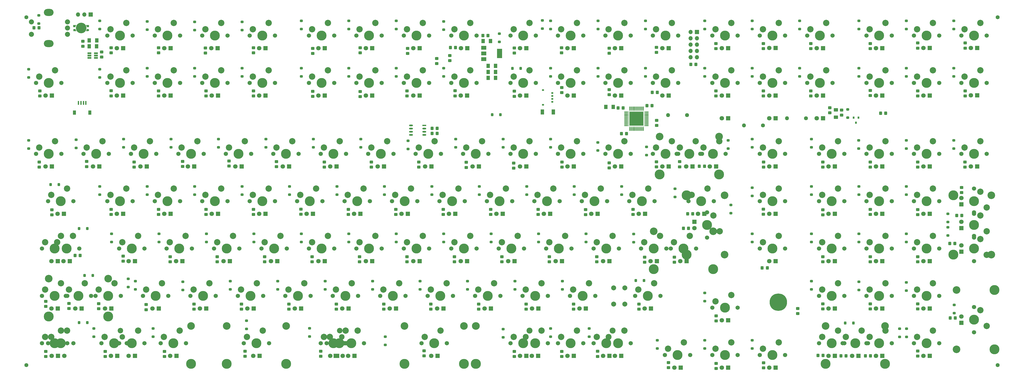
<source format=gbr>
G04 #@! TF.GenerationSoftware,KiCad,Pcbnew,(6.0.11)*
G04 #@! TF.CreationDate,2023-03-19T22:58:01-04:00*
G04 #@! TF.ProjectId,Boston-PCB-V08D,426f7374-6f6e-42d5-9043-422d56303844,rev?*
G04 #@! TF.SameCoordinates,Original*
G04 #@! TF.FileFunction,Soldermask,Bot*
G04 #@! TF.FilePolarity,Negative*
%FSLAX46Y46*%
G04 Gerber Fmt 4.6, Leading zero omitted, Abs format (unit mm)*
G04 Created by KiCad (PCBNEW (6.0.11)) date 2023-03-19 22:58:01*
%MOMM*%
%LPD*%
G01*
G04 APERTURE LIST*
G04 Aperture macros list*
%AMRoundRect*
0 Rectangle with rounded corners*
0 $1 Rounding radius*
0 $2 $3 $4 $5 $6 $7 $8 $9 X,Y pos of 4 corners*
0 Add a 4 corners polygon primitive as box body*
4,1,4,$2,$3,$4,$5,$6,$7,$8,$9,$2,$3,0*
0 Add four circle primitives for the rounded corners*
1,1,$1+$1,$2,$3*
1,1,$1+$1,$4,$5*
1,1,$1+$1,$6,$7*
1,1,$1+$1,$8,$9*
0 Add four rect primitives between the rounded corners*
20,1,$1+$1,$2,$3,$4,$5,0*
20,1,$1+$1,$4,$5,$6,$7,0*
20,1,$1+$1,$6,$7,$8,$9,0*
20,1,$1+$1,$8,$9,$2,$3,0*%
%AMFreePoly0*
4,1,32,0.525059,0.400000,0.532183,0.397025,0.539142,0.394142,0.539154,0.394113,0.539183,0.394101,0.542091,0.387023,0.545000,0.380000,0.545000,-0.380000,0.539142,-0.394142,0.525000,-0.400000,-0.650000,-0.400000,-0.664142,-0.394142,-0.670000,-0.380000,-0.664142,-0.365858,-0.650000,-0.360000,-0.639861,-0.360000,-0.639730,-0.359737,-0.647299,-0.349312,-0.644899,-0.334193,-0.640755,-0.331184,
-0.549199,-0.165628,-0.470962,0.011813,-0.408969,0.195560,-0.364825,0.379525,-0.365041,0.380578,-0.365871,0.382599,-0.365592,0.383267,-0.365853,0.384541,-0.363693,0.387815,-0.359972,0.396724,-0.345813,0.402541,0.525059,0.400000,0.525059,0.400000,$1*%
%AMFreePoly1*
4,1,34,0.539142,0.394142,0.545000,0.380000,0.545000,-0.380000,0.542091,-0.387023,0.539183,-0.394101,0.539154,-0.394113,0.539142,-0.394142,0.532183,-0.397025,0.525059,-0.400000,-0.345813,-0.402541,-0.359972,-0.396724,-0.365871,-0.382599,-0.363699,-0.377313,-0.368760,-0.369759,-0.367711,-0.364454,-0.414942,-0.174744,-0.481229,0.014483,-0.564791,0.196743,-0.661662,0.364831,-0.664142,0.365858,
-0.665002,0.367933,-0.666846,0.369219,-0.667839,0.374782,-0.670000,0.380000,-0.669140,0.382076,-0.669535,0.384289,-0.666303,0.388925,-0.664142,0.394142,-0.662067,0.395002,-0.660781,0.396846,-0.655218,0.397839,-0.650000,0.400000,0.525000,0.400000,0.539142,0.394142,0.539142,0.394142,$1*%
%AMFreePoly2*
4,1,33,0.319736,0.407785,0.429772,0.357533,0.521194,0.278316,0.586594,0.176551,0.620674,0.060484,0.620674,-0.060484,0.586594,-0.176551,0.521194,-0.278316,0.429772,-0.357533,0.319736,-0.407785,0.199999,-0.425000,-0.575001,-0.424979,-0.592678,-0.417657,-0.600000,-0.399978,-0.592678,-0.382301,-0.590148,-0.381253,-0.588853,-0.372454,-0.584377,-0.369127,-0.488092,-0.190005,-0.406501,0.001887,
-0.342723,0.200411,-0.298808,0.397122,-0.300000,0.400000,-0.299129,0.402104,-0.299623,0.404329,-0.295567,0.410704,-0.292678,0.417678,-0.290574,0.418549,-0.289351,0.420472,-0.281976,0.422110,-0.275000,0.425000,0.200000,0.425000,0.319736,0.407785,0.319736,0.407785,$1*%
G04 Aperture macros list end*
%ADD10R,1.800000X1.800000*%
%ADD11C,1.800000*%
%ADD12R,2.200000X1.800000*%
%ADD13C,0.800000*%
%ADD14C,7.000000*%
%ADD15C,1.600000*%
%ADD16O,1.600000X1.600000*%
%ADD17C,1.596000*%
%ADD18C,2.000000*%
%ADD19R,1.700000X1.700000*%
%ADD20O,1.700000X1.700000*%
%ADD21RoundRect,0.249999X-0.325001X-0.450001X0.325001X-0.450001X0.325001X0.450001X-0.325001X0.450001X0*%
%ADD22RoundRect,0.250000X-0.350000X0.250000X-0.350000X-0.250000X0.350000X-0.250000X0.350000X0.250000X0*%
%ADD23C,3.987800*%
%ADD24C,1.701800*%
%ADD25C,2.540000*%
%ADD26RoundRect,0.249999X0.325001X0.450001X-0.325001X0.450001X-0.325001X-0.450001X0.325001X-0.450001X0*%
%ADD27RoundRect,0.249999X-0.450001X0.325001X-0.450001X-0.325001X0.450001X-0.325001X0.450001X0.325001X0*%
%ADD28C,3.048000*%
%ADD29RoundRect,0.250001X-0.462499X-0.624999X0.462499X-0.624999X0.462499X0.624999X-0.462499X0.624999X0*%
%ADD30RoundRect,0.250000X0.250000X0.350000X-0.250000X0.350000X-0.250000X-0.350000X0.250000X-0.350000X0*%
%ADD31RoundRect,0.250000X0.325000X0.450000X-0.325000X0.450000X-0.325000X-0.450000X0.325000X-0.450000X0*%
%ADD32C,2.400000*%
%ADD33RoundRect,0.249999X0.450001X-0.325001X0.450001X0.325001X-0.450001X0.325001X-0.450001X-0.325001X0*%
%ADD34R,2.000000X1.500000*%
%ADD35R,2.000000X3.800000*%
%ADD36R,1.550000X0.600000*%
%ADD37RoundRect,0.300000X0.475000X0.000000X-0.475000X0.000000X-0.475000X0.000000X0.475000X0.000000X0*%
%ADD38RoundRect,0.250000X-0.450000X0.325000X-0.450000X-0.325000X0.450000X-0.325000X0.450000X0.325000X0*%
%ADD39C,2.200000*%
%ADD40R,1.400000X2.100000*%
%ADD41RoundRect,0.150000X0.275000X-0.150000X0.275000X0.150000X-0.275000X0.150000X-0.275000X-0.150000X0*%
%ADD42RoundRect,0.175000X0.225000X-0.175000X0.225000X0.175000X-0.225000X0.175000X-0.225000X-0.175000X0*%
%ADD43RoundRect,0.250000X0.350000X0.450000X-0.350000X0.450000X-0.350000X-0.450000X0.350000X-0.450000X0*%
%ADD44RoundRect,0.250001X-0.624999X0.462499X-0.624999X-0.462499X0.624999X-0.462499X0.624999X0.462499X0*%
%ADD45O,5.000000X1.701800*%
%ADD46RoundRect,0.250000X0.450000X-0.325000X0.450000X0.325000X-0.450000X0.325000X-0.450000X-0.325000X0*%
%ADD47RoundRect,0.075000X0.662500X0.075000X-0.662500X0.075000X-0.662500X-0.075000X0.662500X-0.075000X0*%
%ADD48RoundRect,0.075000X0.075000X0.662500X-0.075000X0.662500X-0.075000X-0.662500X0.075000X-0.662500X0*%
%ADD49C,2.032000*%
%ADD50O,3.900000X2.799999*%
%ADD51RoundRect,0.250000X-0.325000X-0.450000X0.325000X-0.450000X0.325000X0.450000X-0.325000X0.450000X0*%
%ADD52R,1.560000X0.650000*%
%ADD53R,0.600000X1.550000*%
%ADD54C,0.500000*%
%ADD55R,1.200000X1.800000*%
%ADD56RoundRect,0.062500X0.375000X0.062500X-0.375000X0.062500X-0.375000X-0.062500X0.375000X-0.062500X0*%
%ADD57RoundRect,0.062500X0.062500X0.375000X-0.062500X0.375000X-0.062500X-0.375000X0.062500X-0.375000X0*%
%ADD58R,5.600000X5.600000*%
%ADD59C,4.250000*%
%ADD60FreePoly0,180.000000*%
%ADD61FreePoly1,180.000000*%
%ADD62FreePoly2,0.000000*%
%ADD63FreePoly1,0.000000*%
%ADD64R,0.800000X0.900000*%
G04 APERTURE END LIST*
D10*
X69657600Y-168280000D03*
D11*
X72197600Y-168280000D03*
D12*
X181420000Y-168280000D03*
D11*
X183960000Y-168280000D03*
D10*
X381595000Y-130180000D03*
D11*
X379055000Y-130180000D03*
D10*
X181570000Y-92080000D03*
D11*
X179030000Y-92080000D03*
D10*
X419695000Y-168280000D03*
D11*
X417155000Y-168280000D03*
D13*
X360749655Y-144793345D03*
X358893500Y-149274500D03*
X361518500Y-146649500D03*
X357037345Y-148505655D03*
X357037345Y-144793345D03*
X358893500Y-144024500D03*
X360749655Y-148505655D03*
D14*
X358893500Y-146649500D03*
D13*
X356268500Y-146649500D03*
D10*
X253007500Y-130180000D03*
D11*
X250467500Y-130180000D03*
D10*
X69657600Y-168280000D03*
D11*
X67117600Y-168280000D03*
D10*
X238720000Y-92080000D03*
D11*
X236180000Y-92080000D03*
D10*
X152995000Y-111130000D03*
D11*
X150455000Y-111130000D03*
D10*
X333970000Y-92080000D03*
D11*
X331430000Y-92080000D03*
D10*
X167282500Y-149230000D03*
D11*
X164742500Y-149230000D03*
D10*
X233957500Y-63505000D03*
D11*
X231417500Y-63505000D03*
D10*
X338732500Y-153992500D03*
D11*
X336192500Y-153992500D03*
D10*
X419695000Y-92080000D03*
D11*
X417155000Y-92080000D03*
D10*
X438745000Y-44429600D03*
D11*
X436205000Y-44429600D03*
D10*
X114895000Y-63505000D03*
D11*
X112355000Y-63505000D03*
D10*
X195857500Y-44455000D03*
D11*
X193317500Y-44455000D03*
D10*
X114895000Y-111130000D03*
D11*
X112355000Y-111130000D03*
D10*
X400645000Y-63530400D03*
D11*
X398105000Y-63530400D03*
D10*
X419695000Y-44429600D03*
D11*
X417155000Y-44429600D03*
D10*
X381595000Y-149230000D03*
D11*
X379055000Y-149230000D03*
D10*
X276820000Y-168280000D03*
D11*
X274280000Y-168280000D03*
D10*
X233995600Y-44455000D03*
D11*
X231455600Y-44455000D03*
D10*
X432395000Y-107320000D03*
D11*
X432395000Y-104780000D03*
D10*
X138707500Y-130180000D03*
D11*
X136167500Y-130180000D03*
D10*
X210145000Y-111130000D03*
D11*
X207605000Y-111130000D03*
D10*
X314915000Y-92062500D03*
D11*
X312375000Y-92062500D03*
D10*
X257770000Y-44455000D03*
D11*
X255230000Y-44455000D03*
D10*
X329207500Y-111130000D03*
D11*
X326667500Y-111130000D03*
D10*
X67270000Y-92080000D03*
D11*
X64730000Y-92080000D03*
D10*
X357782500Y-111130000D03*
D11*
X355242500Y-111130000D03*
D10*
X91082500Y-149230000D03*
D11*
X88542500Y-149230000D03*
D10*
X381595000Y-92080000D03*
D11*
X379055000Y-92080000D03*
D10*
X119657500Y-130180000D03*
D11*
X117117500Y-130180000D03*
D10*
X419695000Y-149230000D03*
D11*
X417155000Y-149230000D03*
D10*
X257770000Y-63505000D03*
D11*
X255230000Y-63505000D03*
D10*
X314920000Y-63500000D03*
D11*
X312380000Y-63500000D03*
D10*
X438745000Y-63479600D03*
D11*
X436205000Y-63479600D03*
D10*
X338732500Y-72712500D03*
D11*
X336192500Y-72712500D03*
D10*
X432395000Y-116845000D03*
D11*
X432395000Y-114305000D03*
D10*
X219670000Y-92080000D03*
D11*
X217130000Y-92080000D03*
D10*
X69651250Y-130180000D03*
D11*
X67111250Y-130180000D03*
D10*
X114895000Y-44455000D03*
D11*
X112355000Y-44455000D03*
D10*
X432395000Y-154945000D03*
D11*
X432395000Y-152405000D03*
D10*
X152995000Y-44455000D03*
D11*
X150455000Y-44455000D03*
D10*
X205382500Y-149230000D03*
D11*
X202842500Y-149230000D03*
D10*
X214907500Y-44455000D03*
D11*
X212367500Y-44455000D03*
D10*
X105370000Y-92080000D03*
D11*
X102830000Y-92080000D03*
D10*
X295870000Y-63505000D03*
D11*
X293330000Y-63505000D03*
D15*
X352700000Y-75600000D03*
D16*
X345080000Y-75600000D03*
D10*
X338745200Y-44455000D03*
D11*
X336205200Y-44455000D03*
D10*
X200620000Y-92080000D03*
D11*
X198080000Y-92080000D03*
D10*
X419695000Y-63530400D03*
D11*
X417155000Y-63530400D03*
D10*
X93463750Y-168280000D03*
D11*
X90923750Y-168280000D03*
D10*
X438745000Y-92080000D03*
D11*
X436205000Y-92080000D03*
D10*
X186332500Y-149230000D03*
D11*
X183792500Y-149230000D03*
D10*
X276820000Y-92080000D03*
D11*
X274280000Y-92080000D03*
D12*
X181570000Y-168280000D03*
D11*
X179030000Y-168280000D03*
D10*
X357782500Y-130180000D03*
D11*
X355242500Y-130180000D03*
D17*
X447000000Y-32000000D03*
D10*
X357782500Y-72712500D03*
D11*
X355242500Y-72712500D03*
D10*
X338732500Y-63500000D03*
D11*
X336192500Y-63500000D03*
D10*
X95845000Y-63505000D03*
D11*
X93305000Y-63505000D03*
D10*
X176807500Y-44455000D03*
D11*
X174267500Y-44455000D03*
D10*
X172045000Y-111130000D03*
D11*
X169505000Y-111130000D03*
D10*
X176807500Y-63505000D03*
D11*
X174267500Y-63505000D03*
D10*
X176807500Y-130180000D03*
D11*
X174267500Y-130180000D03*
D10*
X381595000Y-168280000D03*
D11*
X379055000Y-168280000D03*
D10*
X276820000Y-63505000D03*
D11*
X274280000Y-63505000D03*
D10*
X325238750Y-114305000D03*
D11*
X325238750Y-116845000D03*
D18*
X292750000Y-147400000D03*
X292750000Y-140900000D03*
X297250000Y-140900000D03*
X297250000Y-147400000D03*
D10*
X100594800Y-168305400D03*
D11*
X98054800Y-168305400D03*
D10*
X69651250Y-149230000D03*
D11*
X67111250Y-149230000D03*
D10*
X400645000Y-130180000D03*
D11*
X398105000Y-130180000D03*
D10*
X150609000Y-168262000D03*
D11*
X148069000Y-168262000D03*
D10*
X222060000Y-168265000D03*
D11*
X219520000Y-168265000D03*
D10*
X162520000Y-92080000D03*
D11*
X159980000Y-92080000D03*
D10*
X248245000Y-111130000D03*
D11*
X245705000Y-111130000D03*
D10*
X400645000Y-149230000D03*
D11*
X398105000Y-149230000D03*
D10*
X400645000Y-92080000D03*
D11*
X398105000Y-92080000D03*
D19*
X82825000Y-30950000D03*
D20*
X80285000Y-30950000D03*
X77745000Y-30950000D03*
D10*
X95845000Y-44455000D03*
D11*
X93305000Y-44455000D03*
D17*
X57000000Y-172000000D03*
D10*
X257770000Y-92080000D03*
D11*
X255230000Y-92080000D03*
D10*
X291094800Y-168280000D03*
D11*
X288554800Y-168280000D03*
D10*
X157757500Y-130180000D03*
D11*
X155217500Y-130180000D03*
D10*
X191095000Y-111130000D03*
D11*
X188555000Y-111130000D03*
D10*
X400645000Y-44480400D03*
D11*
X398105000Y-44480400D03*
D10*
X110132500Y-149230000D03*
D11*
X107592500Y-149230000D03*
D10*
X67270000Y-63530400D03*
D11*
X64730000Y-63530400D03*
D10*
X357800000Y-63500000D03*
D11*
X355260000Y-63500000D03*
D10*
X319682500Y-173042500D03*
D11*
X317142500Y-173042500D03*
D10*
X262519800Y-168254600D03*
D11*
X259979800Y-168254600D03*
D10*
X295870000Y-168280000D03*
D11*
X293330000Y-168280000D03*
D10*
X322063750Y-130180000D03*
D11*
X319523750Y-130180000D03*
D10*
X276820000Y-44455000D03*
D11*
X274280000Y-44455000D03*
D10*
X357782500Y-92080000D03*
D11*
X355242500Y-92080000D03*
D10*
X224432500Y-149230000D03*
D11*
X221892500Y-149230000D03*
D10*
X229195000Y-111130000D03*
D11*
X226655000Y-111130000D03*
D10*
X357782500Y-173042500D03*
D11*
X355242500Y-173042500D03*
D10*
X133818000Y-44455000D03*
D11*
X131278000Y-44455000D03*
D17*
X57000000Y-32000000D03*
D10*
X262532500Y-149230000D03*
D11*
X259992500Y-149230000D03*
D10*
X432395000Y-126370000D03*
D11*
X432395000Y-123830000D03*
D10*
X188707400Y-168280000D03*
D11*
X186167400Y-168280000D03*
D10*
X324445000Y-92080000D03*
D11*
X321905000Y-92080000D03*
D10*
X100607500Y-130180000D03*
D11*
X98067500Y-130180000D03*
D10*
X376832500Y-63500000D03*
D11*
X374292500Y-63500000D03*
D10*
X419695000Y-130180000D03*
D11*
X417155000Y-130180000D03*
D10*
X419695000Y-111130000D03*
D11*
X417155000Y-111130000D03*
D10*
X72032500Y-111130000D03*
D11*
X69492500Y-111130000D03*
D10*
X291107500Y-130180000D03*
D11*
X288567500Y-130180000D03*
D10*
X338732500Y-173042500D03*
D11*
X336192500Y-173042500D03*
D10*
X286345000Y-111130000D03*
D11*
X283805000Y-111130000D03*
D10*
X307776250Y-149230000D03*
D11*
X305236250Y-149230000D03*
D10*
X152995000Y-63505000D03*
D11*
X150455000Y-63505000D03*
D10*
X272057500Y-130180000D03*
D11*
X269517500Y-130180000D03*
D10*
X124420000Y-92080000D03*
D11*
X121880000Y-92080000D03*
D10*
X233957500Y-130180000D03*
D11*
X231417500Y-130180000D03*
D10*
X117282600Y-168280000D03*
D11*
X114742600Y-168280000D03*
D10*
X314920000Y-44455000D03*
D11*
X312380000Y-44455000D03*
D10*
X257770000Y-168280000D03*
D11*
X255230000Y-168280000D03*
D10*
X133945000Y-63505000D03*
D11*
X131405000Y-63505000D03*
D10*
X129182500Y-149230000D03*
D11*
X126642500Y-149230000D03*
D10*
X305395000Y-111130000D03*
D11*
X302855000Y-111130000D03*
D10*
X295870000Y-44455000D03*
D11*
X293330000Y-44455000D03*
D15*
X370000000Y-72700000D03*
D16*
X362380000Y-72700000D03*
D10*
X214907500Y-130180000D03*
D11*
X212367500Y-130180000D03*
D10*
X79176250Y-149230000D03*
D11*
X76636250Y-149230000D03*
D10*
X400645000Y-168280000D03*
D11*
X398105000Y-168280000D03*
D10*
X281582500Y-149230000D03*
D11*
X279042500Y-149230000D03*
D10*
X357782500Y-44429600D03*
D11*
X355242500Y-44429600D03*
D10*
X143470000Y-92080000D03*
D11*
X140930000Y-92080000D03*
D10*
X391120000Y-168280000D03*
D11*
X388580000Y-168280000D03*
D10*
X310157500Y-130180000D03*
D11*
X307617500Y-130180000D03*
D10*
X295870000Y-92080000D03*
D11*
X293330000Y-92080000D03*
D10*
X95845000Y-111130000D03*
D11*
X93305000Y-111130000D03*
D19*
X326250000Y-38000000D03*
D20*
X323710000Y-38000000D03*
X326250000Y-40540000D03*
X323710000Y-40540000D03*
X326250000Y-43080000D03*
X323710000Y-43080000D03*
X326250000Y-45620000D03*
X323710000Y-45620000D03*
X326250000Y-48160000D03*
X323710000Y-48160000D03*
D10*
X74413750Y-130180000D03*
D11*
X71873750Y-130180000D03*
D10*
X214907500Y-63505000D03*
D11*
X212367500Y-63505000D03*
D10*
X376832500Y-72712500D03*
D11*
X374292500Y-72712500D03*
D15*
X322220000Y-71400000D03*
D16*
X314600000Y-71400000D03*
D10*
X376832500Y-44480400D03*
D11*
X374292500Y-44480400D03*
D10*
X86320000Y-92080000D03*
D11*
X83780000Y-92080000D03*
D10*
X267295000Y-111130000D03*
D11*
X264755000Y-111130000D03*
D10*
X243482500Y-149230000D03*
D11*
X240942500Y-149230000D03*
D10*
X133945000Y-111130000D03*
D11*
X131405000Y-111130000D03*
D10*
X195857500Y-130180000D03*
D11*
X193317500Y-130180000D03*
D10*
X381595000Y-111130000D03*
D11*
X379055000Y-111130000D03*
D17*
X447000000Y-172000000D03*
D10*
X148232500Y-149230000D03*
D11*
X145692500Y-149230000D03*
D10*
X195857500Y-63505000D03*
D11*
X193317500Y-63505000D03*
D10*
X400645000Y-111130000D03*
D11*
X398105000Y-111130000D03*
D21*
X374855000Y-168121250D03*
X376905000Y-168121250D03*
D22*
X124578750Y-100113750D03*
X124578750Y-103413750D03*
D23*
X275550000Y-87000000D03*
D24*
X280630000Y-87000000D03*
X270470000Y-87000000D03*
D25*
X278090000Y-81920000D03*
X271740000Y-84460000D03*
D26*
X78625000Y-127900000D03*
X76575000Y-127900000D03*
D27*
X148153125Y-109311250D03*
X148153125Y-111361250D03*
D28*
X401788000Y-156215000D03*
D23*
X401788000Y-171455000D03*
D28*
X377912000Y-156215000D03*
D24*
X394930000Y-163200000D03*
X384770000Y-163200000D03*
D23*
X377912000Y-171455000D03*
X389850000Y-163200000D03*
D25*
X392390000Y-158120000D03*
X386040000Y-160660000D03*
D29*
X240412500Y-41625000D03*
X243387500Y-41625000D03*
D22*
X238878750Y-100113750D03*
X238878750Y-103413750D03*
D30*
X255450000Y-52600000D03*
X252150000Y-52600000D03*
D29*
X242412500Y-56425000D03*
X245387500Y-56425000D03*
D31*
X221955000Y-78800000D03*
X219905000Y-78800000D03*
D22*
X97908750Y-137261250D03*
X97908750Y-140561250D03*
D24*
X256817500Y-125100000D03*
D23*
X251737500Y-125100000D03*
D24*
X246657500Y-125100000D03*
D25*
X254277500Y-120020000D03*
X247927500Y-122560000D03*
D27*
X262453125Y-109311250D03*
X262453125Y-111361250D03*
D22*
X286503750Y-52488750D03*
X286503750Y-55788750D03*
D27*
X157440000Y-90102500D03*
X157440000Y-92152500D03*
D24*
X413345000Y-163200000D03*
X423505000Y-163200000D03*
D23*
X418425000Y-163200000D03*
D25*
X420965000Y-158120000D03*
X414615000Y-160660000D03*
D27*
X67220000Y-109470000D03*
X67220000Y-111520000D03*
X252690000Y-90737500D03*
X252690000Y-92787500D03*
D24*
X261580000Y-163200000D03*
D23*
X256500000Y-163200000D03*
D24*
X251420000Y-163200000D03*
D32*
X259040000Y-158120000D03*
D25*
X252690000Y-160660000D03*
D33*
X290975000Y-46500000D03*
X290975000Y-44450000D03*
D27*
X190777500Y-128361250D03*
X190777500Y-130411250D03*
D22*
X224591250Y-52488750D03*
X224591250Y-55788750D03*
D33*
X252925000Y-46450000D03*
X252925000Y-44400000D03*
D27*
X276740625Y-147411250D03*
X276740625Y-149461250D03*
D24*
X99655000Y-58425000D03*
X89495000Y-58425000D03*
D23*
X94575000Y-58425000D03*
D25*
X97115000Y-53345000D03*
X90765000Y-55885000D03*
D24*
X299045000Y-106050000D03*
X309205000Y-106050000D03*
D23*
X304125000Y-106050000D03*
D25*
X306665000Y-100970000D03*
X300315000Y-103510000D03*
D34*
X240650000Y-48925000D03*
X240650000Y-46625000D03*
D35*
X246950000Y-46625000D03*
D34*
X240650000Y-44325000D03*
D22*
X276978750Y-100113750D03*
X276978750Y-103413750D03*
D24*
X218717500Y-39375000D03*
D23*
X213637500Y-39375000D03*
D24*
X208557500Y-39375000D03*
D25*
X216177500Y-34295000D03*
X209827500Y-36835000D03*
D27*
X414853125Y-61686250D03*
X414853125Y-63736250D03*
D22*
X348416250Y-81063750D03*
X348416250Y-84363750D03*
D27*
X171727500Y-128361250D03*
X171727500Y-130411250D03*
D29*
X242412500Y-54025000D03*
X245387500Y-54025000D03*
D27*
X209827500Y-128361250D03*
X209827500Y-130411250D03*
D22*
X57903750Y-52965000D03*
X57903750Y-56265000D03*
D36*
X216800000Y-75585000D03*
D37*
X216800000Y-76855000D03*
X216800000Y-78125000D03*
X216800000Y-79395000D03*
X211400000Y-79395000D03*
X211400000Y-78125000D03*
X211400000Y-76855000D03*
X211400000Y-75585000D03*
D24*
X437475000Y-111130000D03*
D23*
X437475000Y-106050000D03*
D24*
X437475000Y-100970000D03*
D25*
X442555000Y-108590000D03*
X440015000Y-102240000D03*
D38*
X87200000Y-46000000D03*
X87200000Y-48050000D03*
D24*
X342542500Y-58425000D03*
X332382500Y-58425000D03*
D23*
X337462500Y-58425000D03*
D25*
X340002500Y-53345000D03*
X333652500Y-55885000D03*
D24*
X351432500Y-125100000D03*
D23*
X356512500Y-125100000D03*
D24*
X361592500Y-125100000D03*
D25*
X359052500Y-120020000D03*
X352702500Y-122560000D03*
D22*
X348416250Y-33438750D03*
X348416250Y-36738750D03*
D24*
X351432500Y-106050000D03*
X361592500Y-106050000D03*
D23*
X356512500Y-106050000D03*
D25*
X359052500Y-100970000D03*
X352702500Y-103510000D03*
D22*
X76953750Y-81318750D03*
X76953750Y-84618750D03*
D27*
X243403125Y-109311250D03*
X243403125Y-111361250D03*
D22*
X115053750Y-81063750D03*
X115053750Y-84363750D03*
D27*
X152677500Y-128361250D03*
X152677500Y-130411250D03*
X352940625Y-42636250D03*
X352940625Y-44686250D03*
D22*
X205541250Y-52488750D03*
X205541250Y-55788750D03*
D29*
X82262500Y-41325000D03*
X85237500Y-41325000D03*
D23*
X418425000Y-125100000D03*
D24*
X423505000Y-125100000D03*
X413345000Y-125100000D03*
D25*
X420965000Y-120020000D03*
X414615000Y-122560000D03*
D24*
X97273750Y-163200000D03*
D23*
X92193750Y-163200000D03*
D24*
X87113750Y-163200000D03*
D39*
X94733750Y-158120000D03*
D25*
X88383750Y-160660000D03*
D23*
X89844250Y-152405000D03*
D24*
X72826250Y-144150000D03*
D28*
X89844250Y-137165000D03*
D24*
X82986250Y-144150000D03*
D28*
X65968250Y-137165000D03*
D23*
X77906250Y-144150000D03*
X65968250Y-152405000D03*
D25*
X80446250Y-139070000D03*
X74096250Y-141610000D03*
D22*
X243641250Y-119163750D03*
X243641250Y-122463750D03*
D24*
X142517500Y-125100000D03*
D23*
X137437500Y-125100000D03*
D24*
X132357500Y-125100000D03*
D25*
X139977500Y-120020000D03*
X133627500Y-122560000D03*
D27*
X433903125Y-42398125D03*
X433903125Y-44448125D03*
D23*
X294600000Y-39375000D03*
D24*
X299680000Y-39375000D03*
X289520000Y-39375000D03*
D25*
X297140000Y-34295000D03*
X290790000Y-36835000D03*
D27*
X219352500Y-147411250D03*
X219352500Y-149461250D03*
D23*
X327937500Y-106050000D03*
D24*
X322857500Y-106050000D03*
X333017500Y-106050000D03*
D25*
X330477500Y-100970000D03*
X324127500Y-103510000D03*
D23*
X127912500Y-144150000D03*
D24*
X132992500Y-144150000D03*
X122832500Y-144150000D03*
D25*
X130452500Y-139070000D03*
X124102500Y-141610000D03*
D33*
X271900000Y-46375000D03*
X271900000Y-44325000D03*
D22*
X329366250Y-33438750D03*
X329366250Y-36738750D03*
D23*
X261262500Y-144150000D03*
D24*
X266342500Y-144150000D03*
X256182500Y-144150000D03*
D25*
X263802500Y-139070000D03*
X257452500Y-141610000D03*
D23*
X68381250Y-144150000D03*
D24*
X63301250Y-144150000D03*
X73461250Y-144150000D03*
D25*
X70921250Y-139070000D03*
X64571250Y-141610000D03*
D24*
X208557500Y-125100000D03*
X218717500Y-125100000D03*
D23*
X213637500Y-125100000D03*
D25*
X216177500Y-120020000D03*
X209827500Y-122560000D03*
D22*
X172203750Y-81063750D03*
X172203750Y-84363750D03*
D23*
X180300000Y-87000000D03*
D24*
X175220000Y-87000000D03*
X185380000Y-87000000D03*
D25*
X182840000Y-81920000D03*
X176490000Y-84460000D03*
D27*
X302934375Y-147411250D03*
X302934375Y-149461250D03*
D23*
X332731964Y-133355000D03*
X308855964Y-133355000D03*
D24*
X325873964Y-125100000D03*
X315713964Y-125100000D03*
D28*
X332731964Y-118115000D03*
D23*
X320793964Y-125100000D03*
D28*
X308855964Y-118115000D03*
D25*
X323333964Y-120020000D03*
X316983964Y-122560000D03*
D27*
X81240000Y-90075000D03*
X81240000Y-92125000D03*
D22*
X219828750Y-100113750D03*
X219828750Y-103413750D03*
D24*
X289520000Y-87000000D03*
D23*
X294600000Y-87000000D03*
D24*
X299680000Y-87000000D03*
D25*
X297140000Y-81920000D03*
X290790000Y-84460000D03*
D27*
X228877500Y-128361250D03*
X228877500Y-130411250D03*
D38*
X309950000Y-90165000D03*
X309950000Y-92215000D03*
D23*
X151725000Y-58425000D03*
D24*
X156805000Y-58425000D03*
X146645000Y-58425000D03*
D25*
X154265000Y-53345000D03*
X147915000Y-55885000D03*
D27*
X110053125Y-109311250D03*
X110053125Y-111361250D03*
D24*
X199667500Y-125100000D03*
D23*
X194587500Y-125100000D03*
D24*
X189507500Y-125100000D03*
D25*
X197127500Y-120020000D03*
X190777500Y-122560000D03*
D27*
X333900000Y-171325000D03*
X333900000Y-173375000D03*
X138390000Y-89857500D03*
X138390000Y-91907500D03*
D22*
X57903750Y-81540000D03*
X57903750Y-84840000D03*
D27*
X64800000Y-146300000D03*
X64800000Y-148350000D03*
D24*
X251420160Y-39375000D03*
X261580160Y-39375000D03*
D23*
X256500160Y-39375000D03*
D25*
X259040160Y-34295000D03*
X252690160Y-36835000D03*
D27*
X414850000Y-166325000D03*
X414850000Y-168375000D03*
D22*
X167441250Y-119163750D03*
X167441250Y-122463750D03*
D23*
X218400000Y-87000000D03*
D24*
X223480000Y-87000000D03*
X213320000Y-87000000D03*
D25*
X220940000Y-81920000D03*
X214590000Y-84460000D03*
D24*
X442555000Y-87000000D03*
D23*
X437475000Y-87000000D03*
D24*
X432395000Y-87000000D03*
D25*
X440015000Y-81920000D03*
X433665000Y-84460000D03*
D30*
X304950000Y-137925000D03*
X301650000Y-137925000D03*
D33*
X110053125Y-46353125D03*
X110053125Y-44303125D03*
D22*
X410328750Y-100113750D03*
X410328750Y-103413750D03*
D21*
X320800625Y-116924375D03*
X322850625Y-116924375D03*
D31*
X296625000Y-68500000D03*
X294575000Y-68500000D03*
D33*
X210060000Y-46630000D03*
X210060000Y-44580000D03*
D24*
X108545000Y-106050000D03*
D23*
X113625000Y-106050000D03*
D24*
X118705000Y-106050000D03*
D25*
X116165000Y-100970000D03*
X109815000Y-103510000D03*
D27*
X352940625Y-109238750D03*
X352940625Y-111288750D03*
D24*
X284757500Y-163200000D03*
X294917500Y-163200000D03*
D23*
X289837500Y-163200000D03*
D32*
X292377500Y-158120000D03*
D25*
X286027500Y-160660000D03*
D23*
X189825000Y-106050000D03*
D24*
X194905000Y-106050000D03*
X184745000Y-106050000D03*
D25*
X192365000Y-100970000D03*
X186015000Y-103510000D03*
D22*
X61975000Y-31275000D03*
X61975000Y-34575000D03*
D27*
X281503125Y-109383750D03*
X281503125Y-111433750D03*
D24*
X113942500Y-144150000D03*
X103782500Y-144150000D03*
D23*
X108862500Y-144150000D03*
D25*
X111402500Y-139070000D03*
X105052500Y-141610000D03*
D24*
X404455000Y-144150000D03*
D23*
X399375000Y-144150000D03*
D24*
X394295000Y-144150000D03*
D25*
X401915000Y-139070000D03*
X395565000Y-141610000D03*
D27*
X129103125Y-61686250D03*
X129103125Y-63736250D03*
X353020000Y-171075000D03*
X353020000Y-173125000D03*
D24*
X179982500Y-144150000D03*
D23*
X185062500Y-144150000D03*
D24*
X190142500Y-144150000D03*
D25*
X187602500Y-139070000D03*
X181252500Y-141610000D03*
D22*
X367466250Y-33438750D03*
X367466250Y-36738750D03*
D24*
X79970000Y-87000000D03*
X90130000Y-87000000D03*
D23*
X85050000Y-87000000D03*
D25*
X87590000Y-81920000D03*
X81240000Y-84460000D03*
D27*
X95819600Y-128139000D03*
X95819600Y-130189000D03*
D24*
X318730000Y-87000000D03*
D23*
X313650000Y-87000000D03*
D24*
X308570000Y-87000000D03*
D25*
X316190000Y-81920000D03*
X309840000Y-84460000D03*
D22*
X143628750Y-33915000D03*
X143628750Y-37215000D03*
D27*
X352950000Y-90250000D03*
X352950000Y-92300000D03*
X395803125Y-61520625D03*
X395803125Y-63570625D03*
D24*
X128230000Y-87000000D03*
D23*
X123150000Y-87000000D03*
D24*
X118070000Y-87000000D03*
D25*
X125690000Y-81920000D03*
X119340000Y-84460000D03*
D27*
X91003125Y-61613750D03*
X91003125Y-63663750D03*
X333890625Y-42636250D03*
X333890625Y-44686250D03*
D38*
X366700000Y-149200000D03*
X366700000Y-151250000D03*
D22*
X429500000Y-147775000D03*
X429500000Y-151075000D03*
D24*
X413345000Y-87000000D03*
X423505000Y-87000000D03*
D23*
X418425000Y-87000000D03*
D25*
X420965000Y-81920000D03*
X414615000Y-84460000D03*
D23*
X437475000Y-58425000D03*
D24*
X432395000Y-58425000D03*
X442555000Y-58425000D03*
D25*
X440015000Y-53345000D03*
X433665000Y-55885000D03*
D24*
X199667606Y-39375000D03*
D23*
X194587606Y-39375000D03*
D24*
X189507606Y-39375000D03*
D25*
X197127606Y-34295000D03*
X190777606Y-36835000D03*
D27*
X266977500Y-128361250D03*
X266977500Y-130411250D03*
D24*
X404455000Y-39375000D03*
D23*
X399375000Y-39375000D03*
D24*
X394295000Y-39375000D03*
D25*
X401915000Y-34295000D03*
X395565000Y-36835000D03*
D27*
X86002500Y-147252500D03*
X86002500Y-149302500D03*
X414900000Y-147375000D03*
X414900000Y-149425000D03*
D22*
X205541250Y-33438750D03*
X205541250Y-36738750D03*
D27*
X352940625Y-61686250D03*
X352940625Y-63736250D03*
D24*
X385405000Y-163200000D03*
X375245000Y-163200000D03*
D23*
X380325000Y-163200000D03*
D25*
X382865000Y-158120000D03*
X376515000Y-160660000D03*
D23*
X151725000Y-39375000D03*
D24*
X156805000Y-39375000D03*
X146645000Y-39375000D03*
D25*
X154265000Y-34295000D03*
X147915000Y-36835000D03*
D22*
X317460000Y-101066250D03*
X317460000Y-104366250D03*
D27*
X124340625Y-147411250D03*
X124340625Y-149461250D03*
D22*
X124578750Y-52488750D03*
X124578750Y-55788750D03*
D38*
X79675000Y-41700000D03*
X79675000Y-43750000D03*
D22*
X84097500Y-157263750D03*
X84097500Y-160563750D03*
D27*
X229115625Y-61613750D03*
X229115625Y-63663750D03*
D40*
X264200000Y-70125000D03*
X268600000Y-70125000D03*
D23*
X270787500Y-125100000D03*
D24*
X275867500Y-125100000D03*
X265707500Y-125100000D03*
D25*
X273327500Y-120020000D03*
X266977500Y-122560000D03*
D27*
X333900000Y-152175000D03*
X333900000Y-154225000D03*
D24*
X237767500Y-58425000D03*
X227607500Y-58425000D03*
D23*
X232687500Y-58425000D03*
D25*
X235227500Y-53345000D03*
X228877500Y-55885000D03*
D41*
X268175000Y-66100000D03*
X268175000Y-64900000D03*
X268175000Y-63700000D03*
X268175000Y-62500000D03*
D42*
X264400000Y-61350000D03*
X264400000Y-67250000D03*
D23*
X399375000Y-125100000D03*
D24*
X404455000Y-125100000D03*
X394295000Y-125100000D03*
D25*
X401915000Y-120020000D03*
X395565000Y-122560000D03*
D27*
X62428125Y-61686250D03*
X62428125Y-63736250D03*
D23*
X275550000Y-39375000D03*
D24*
X280630000Y-39375000D03*
X270470000Y-39375000D03*
D25*
X278090000Y-34295000D03*
X271740000Y-36835000D03*
D23*
X337462500Y-148912500D03*
D24*
X342542500Y-148912500D03*
X332382500Y-148912500D03*
D25*
X340002500Y-143832500D03*
X333652500Y-146372500D03*
D27*
X186253125Y-109311250D03*
X186253125Y-111361250D03*
D30*
X81461250Y-117003750D03*
X78161250Y-117003750D03*
D27*
X214590000Y-90261250D03*
X214590000Y-92311250D03*
D30*
X247350000Y-71225000D03*
X244050000Y-71225000D03*
D22*
X348416250Y-162026250D03*
X348416250Y-165326250D03*
D24*
X209192500Y-144150000D03*
D23*
X204112500Y-144150000D03*
D24*
X199032500Y-144150000D03*
D25*
X206652500Y-139070000D03*
X200302500Y-141610000D03*
D28*
X208843250Y-156215000D03*
X232719250Y-156215000D03*
D24*
X225861250Y-163200000D03*
D23*
X208843250Y-171455000D03*
X220781250Y-163200000D03*
D24*
X215701250Y-163200000D03*
D23*
X232719250Y-171455000D03*
D25*
X223321250Y-158120000D03*
X216971250Y-160660000D03*
D22*
X124578750Y-33915000D03*
X124578750Y-37215000D03*
D43*
X242300000Y-39400000D03*
X240300000Y-39400000D03*
D28*
X337303750Y-127513000D03*
D23*
X330318750Y-115575000D03*
D28*
X337303750Y-103637000D03*
D23*
X322063750Y-127513000D03*
D24*
X330318750Y-120655000D03*
X330318750Y-110495000D03*
D23*
X322063750Y-103637000D03*
D25*
X335398750Y-118115000D03*
X332858750Y-111765000D03*
D27*
X271978125Y-60300000D03*
X271978125Y-62350000D03*
D21*
X427718750Y-123036250D03*
X429768750Y-123036250D03*
D22*
X91241250Y-119163750D03*
X91241250Y-122463750D03*
D21*
X322467500Y-111130000D03*
X324517500Y-111130000D03*
D27*
X433850000Y-90250000D03*
X433850000Y-92300000D03*
D22*
X339900000Y-107550000D03*
X339900000Y-110850000D03*
D24*
X170457500Y-58425000D03*
D23*
X175537500Y-58425000D03*
D24*
X180617500Y-58425000D03*
D25*
X178077500Y-53345000D03*
X171727500Y-55885000D03*
D24*
X437475000Y-120020000D03*
D23*
X437475000Y-125100000D03*
D24*
X437475000Y-130180000D03*
D25*
X442555000Y-127640000D03*
X440015000Y-121290000D03*
D24*
X327620000Y-87000000D03*
D23*
X332700000Y-87000000D03*
D24*
X337780000Y-87000000D03*
D25*
X335240000Y-81920000D03*
X328890000Y-84460000D03*
D22*
X119816250Y-138435000D03*
X119816250Y-141735000D03*
D21*
X352425000Y-132875000D03*
X354475000Y-132875000D03*
D27*
X129103125Y-109311250D03*
X129103125Y-111361250D03*
D24*
X187761250Y-163200000D03*
D23*
X182681250Y-163200000D03*
D24*
X177601250Y-163200000D03*
D25*
X185221250Y-158120000D03*
X178871250Y-160660000D03*
D22*
X296028750Y-100113750D03*
X296028750Y-103413750D03*
D27*
X64809375Y-166461250D03*
X64809375Y-168511250D03*
D22*
X86478750Y-52965000D03*
X86478750Y-56265000D03*
D24*
X170457590Y-39375000D03*
D23*
X175537590Y-39375000D03*
D24*
X180617590Y-39375000D03*
D25*
X178077590Y-34295000D03*
X171727590Y-36835000D03*
D23*
X285075000Y-106050000D03*
D24*
X290155000Y-106050000D03*
X279995000Y-106050000D03*
D25*
X287615000Y-100970000D03*
X281265000Y-103510000D03*
D21*
X308275000Y-62275000D03*
X310325000Y-62275000D03*
D27*
X395803125Y-109311250D03*
X395803125Y-111361250D03*
X317140000Y-128545000D03*
X317140000Y-130595000D03*
D24*
X394295000Y-106050000D03*
D23*
X399375000Y-106050000D03*
D24*
X404455000Y-106050000D03*
D25*
X401915000Y-100970000D03*
X395565000Y-103510000D03*
D22*
X329366250Y-142976250D03*
X329366250Y-146276250D03*
D24*
X118705000Y-39375000D03*
D23*
X113625000Y-39375000D03*
D24*
X108545000Y-39375000D03*
D25*
X116165000Y-34295000D03*
X109815000Y-36835000D03*
D44*
X382000000Y-69312500D03*
X382000000Y-72287500D03*
D24*
X227607500Y-125100000D03*
X237767500Y-125100000D03*
D23*
X232687500Y-125100000D03*
D25*
X235227500Y-120020000D03*
X228877500Y-122560000D03*
D22*
X348416250Y-119163750D03*
X348416250Y-122463750D03*
D24*
X127595000Y-106050000D03*
X137755000Y-106050000D03*
D23*
X132675000Y-106050000D03*
D25*
X135215000Y-100970000D03*
X128865000Y-103510000D03*
D24*
X189507500Y-58425000D03*
X199667500Y-58425000D03*
D23*
X194587500Y-58425000D03*
D25*
X197127500Y-53345000D03*
X190777500Y-55885000D03*
D22*
X429378750Y-52488750D03*
X429378750Y-55788750D03*
D23*
X137405750Y-171455000D03*
D24*
X154423750Y-163200000D03*
D23*
X161281750Y-171455000D03*
D28*
X137405750Y-156215000D03*
X161281750Y-156215000D03*
D23*
X149343750Y-163200000D03*
D24*
X144263750Y-163200000D03*
D25*
X151883750Y-158120000D03*
X145533750Y-160660000D03*
D27*
X171965625Y-61851875D03*
X171965625Y-63901875D03*
X162440625Y-147411250D03*
X162440625Y-149461250D03*
X376753125Y-90261250D03*
X376753125Y-92311250D03*
X247927500Y-128361250D03*
X247927500Y-130411250D03*
D23*
X237450000Y-171455000D03*
D45*
X185380000Y-163200000D03*
D24*
X175220000Y-163200000D03*
D28*
X123150000Y-156215000D03*
D23*
X180300000Y-163200000D03*
D28*
X237450000Y-156215000D03*
D23*
X123150000Y-171455000D03*
D39*
X182840000Y-158120000D03*
D25*
X176490000Y-160660000D03*
D27*
X200540625Y-147411250D03*
X200540625Y-149461250D03*
D22*
X306020000Y-84180000D03*
X306020000Y-87480000D03*
X129341250Y-119163750D03*
X129341250Y-122463750D03*
D24*
X394295000Y-163200000D03*
X404455000Y-163200000D03*
D23*
X399375000Y-163200000D03*
D25*
X401915000Y-158120000D03*
X395565000Y-160660000D03*
D46*
X310030000Y-75560000D03*
X310030000Y-73510000D03*
D27*
X114717200Y-128361250D03*
X114717200Y-130411250D03*
D24*
X160932500Y-144150000D03*
X171092500Y-144150000D03*
D23*
X166012500Y-144150000D03*
D25*
X168552500Y-139070000D03*
X162202500Y-141610000D03*
D23*
X337462500Y-167962500D03*
D24*
X332382500Y-167962500D03*
X342542500Y-167962500D03*
D25*
X340002500Y-162882500D03*
X333652500Y-165422500D03*
D24*
X65682500Y-106050000D03*
D23*
X70762500Y-106050000D03*
D24*
X75842500Y-106050000D03*
D25*
X73302500Y-100970000D03*
X66952500Y-103510000D03*
D27*
X395803125Y-128361250D03*
X395803125Y-130411250D03*
X205303125Y-109311250D03*
X205303125Y-111361250D03*
D33*
X191015625Y-46353125D03*
X191015625Y-44303125D03*
D27*
X333890625Y-61686250D03*
X333890625Y-63736250D03*
D22*
X329366250Y-162026250D03*
X329366250Y-165326250D03*
X372228750Y-100113750D03*
X372228750Y-103413750D03*
D24*
X89495000Y-106050000D03*
X99655000Y-106050000D03*
D23*
X94575000Y-106050000D03*
D25*
X97115000Y-100970000D03*
X90765000Y-103510000D03*
D22*
X338800000Y-81550000D03*
X338800000Y-84850000D03*
D27*
X224353125Y-109311250D03*
X224353125Y-111361250D03*
D23*
X66000000Y-58425000D03*
D24*
X71080000Y-58425000D03*
X60920000Y-58425000D03*
D25*
X68540000Y-53345000D03*
X62190000Y-55885000D03*
D24*
X308570000Y-39375000D03*
D23*
X313650000Y-39375000D03*
D24*
X318730000Y-39375000D03*
D25*
X316190000Y-34295000D03*
X309840000Y-36835000D03*
D22*
X176966250Y-138213750D03*
X176966250Y-141513750D03*
X246900000Y-38675000D03*
X246900000Y-41975000D03*
X248403750Y-81063750D03*
X248403750Y-84363750D03*
D24*
X361592500Y-167962500D03*
X351432500Y-167962500D03*
D23*
X356512500Y-167962500D03*
D25*
X359052500Y-162882500D03*
X352702500Y-165422500D03*
D23*
X256500000Y-87000000D03*
D24*
X261580000Y-87000000D03*
X251420000Y-87000000D03*
D25*
X259040000Y-81920000D03*
X252690000Y-84460000D03*
D23*
X94575000Y-39375000D03*
D24*
X89495000Y-39375000D03*
X99655000Y-39375000D03*
D25*
X97115000Y-34295000D03*
X90765000Y-36835000D03*
D22*
X138866250Y-138213750D03*
X138866250Y-141513750D03*
D29*
X289642500Y-68085000D03*
X292617500Y-68085000D03*
D23*
X142200000Y-87000000D03*
D24*
X147280000Y-87000000D03*
X137120000Y-87000000D03*
D25*
X144740000Y-81920000D03*
X138390000Y-84460000D03*
D27*
X286027500Y-128361250D03*
X286027500Y-130411250D03*
X271978125Y-166461250D03*
X271978125Y-168511250D03*
D21*
X384062500Y-168280000D03*
X386112500Y-168280000D03*
D27*
X133627500Y-128361250D03*
X133627500Y-130411250D03*
X105052500Y-147649375D03*
X105052500Y-149699375D03*
D22*
X372228750Y-138213750D03*
X372228750Y-141513750D03*
D27*
X167203125Y-109238750D03*
X167203125Y-111288750D03*
D22*
X305553750Y-33438750D03*
X305553750Y-36738750D03*
D24*
X437475000Y-120655000D03*
D23*
X429220000Y-103637000D03*
D24*
X437475000Y-110495000D03*
D23*
X437475000Y-115575000D03*
D28*
X444460000Y-103637000D03*
X444460000Y-127513000D03*
D23*
X429220000Y-127513000D03*
D25*
X442555000Y-118115000D03*
X440015000Y-111765000D03*
D23*
X356512500Y-58425000D03*
D24*
X361592500Y-58425000D03*
X351432500Y-58425000D03*
D25*
X359052500Y-53345000D03*
X352702500Y-55885000D03*
D27*
X395803125Y-42636250D03*
X395803125Y-44686250D03*
D23*
X223162500Y-144150000D03*
D24*
X228242500Y-144150000D03*
X218082500Y-144150000D03*
D25*
X225702500Y-139070000D03*
X219352500Y-141610000D03*
D22*
X391278750Y-52488750D03*
X391278750Y-55788750D03*
X281741250Y-119163750D03*
X281741250Y-122463750D03*
X286410000Y-82375000D03*
X286410000Y-85675000D03*
D27*
X181490625Y-147411250D03*
X181490625Y-149461250D03*
D24*
X351432500Y-39375000D03*
D23*
X356512500Y-39375000D03*
D24*
X361592500Y-39375000D03*
D25*
X359052500Y-34295000D03*
X352702500Y-36835000D03*
D27*
X432450000Y-100535000D03*
X432450000Y-102585000D03*
D22*
X210250000Y-81775000D03*
X210250000Y-85075000D03*
X348416250Y-52488750D03*
X348416250Y-55788750D03*
D27*
X314790000Y-170990000D03*
X314790000Y-173040000D03*
D22*
X267453750Y-157263750D03*
X267453750Y-160563750D03*
D24*
X63301250Y-125100000D03*
X73461250Y-125100000D03*
D23*
X68381250Y-125100000D03*
D25*
X70921250Y-120020000D03*
X64571250Y-122560000D03*
D22*
X224591250Y-33693750D03*
X224591250Y-36993750D03*
D23*
X275550000Y-163200000D03*
D24*
X270470000Y-163200000D03*
X280630000Y-163200000D03*
D25*
X278090000Y-158120000D03*
X271740000Y-160660000D03*
D27*
X195540000Y-90261250D03*
X195540000Y-92311250D03*
X74096250Y-147173125D03*
X74096250Y-149223125D03*
D24*
X75842500Y-163200000D03*
D23*
X70762500Y-163200000D03*
D24*
X65682500Y-163200000D03*
D25*
X73302500Y-158120000D03*
X66952500Y-160660000D03*
D24*
X121086250Y-163200000D03*
D23*
X116006250Y-163200000D03*
D24*
X110926250Y-163200000D03*
D25*
X118546250Y-158120000D03*
X112196250Y-160660000D03*
D23*
X375562500Y-39375000D03*
D24*
X380642500Y-39375000D03*
X370482500Y-39375000D03*
D25*
X378102500Y-34295000D03*
X371752500Y-36835000D03*
D23*
X437475000Y-39375000D03*
D24*
X432395000Y-39375000D03*
X442555000Y-39375000D03*
D25*
X440015000Y-34295000D03*
X433665000Y-36835000D03*
D24*
X313967500Y-125100000D03*
D23*
X308887500Y-125100000D03*
D24*
X303807500Y-125100000D03*
D25*
X311427500Y-120020000D03*
X305077500Y-122560000D03*
D23*
X399375000Y-87000000D03*
D24*
X394295000Y-87000000D03*
X404455000Y-87000000D03*
D25*
X401915000Y-81920000D03*
X395565000Y-84460000D03*
D22*
X257928750Y-100113750D03*
X257928750Y-103413750D03*
D27*
X143390625Y-147411250D03*
X143390625Y-149461250D03*
D22*
X186491250Y-119163750D03*
X186491250Y-122463750D03*
D24*
X137755000Y-39375000D03*
D23*
X132675000Y-39375000D03*
D24*
X127595000Y-39375000D03*
D25*
X135215000Y-34295000D03*
X128865000Y-36835000D03*
D24*
X84732500Y-144150000D03*
D23*
X89812500Y-144150000D03*
D24*
X94892500Y-144150000D03*
D25*
X92352500Y-139070000D03*
X86002500Y-141610000D03*
D24*
X242530000Y-87000000D03*
X232370000Y-87000000D03*
D23*
X237450000Y-87000000D03*
D25*
X239990000Y-81920000D03*
X233640000Y-84460000D03*
D27*
X371990625Y-61686250D03*
X371990625Y-63736250D03*
X371990625Y-42636250D03*
X371990625Y-44686250D03*
D24*
X342542500Y-39375000D03*
D23*
X337462500Y-39375000D03*
D24*
X332382500Y-39375000D03*
D25*
X340002500Y-34295000D03*
X333652500Y-36835000D03*
D22*
X186491250Y-52488750D03*
X186491250Y-55788750D03*
X391278750Y-119163750D03*
X391278750Y-122463750D03*
D24*
X152042500Y-144150000D03*
D23*
X146962500Y-144150000D03*
D24*
X141882500Y-144150000D03*
D25*
X149502500Y-139070000D03*
X143152500Y-141610000D03*
D22*
X215066250Y-138213750D03*
X215066250Y-141513750D03*
D24*
X423505000Y-144150000D03*
D23*
X418425000Y-144150000D03*
D24*
X413345000Y-144150000D03*
D25*
X420965000Y-139070000D03*
X414615000Y-141610000D03*
D24*
X99020000Y-87000000D03*
D23*
X104100000Y-87000000D03*
D24*
X109180000Y-87000000D03*
D25*
X106640000Y-81920000D03*
X100290000Y-84460000D03*
D27*
X395800000Y-90300000D03*
X395800000Y-92350000D03*
D24*
X71080000Y-87000000D03*
X60920000Y-87000000D03*
D23*
X66000000Y-87000000D03*
D25*
X68540000Y-81920000D03*
X62190000Y-84460000D03*
D27*
X291000000Y-61175000D03*
X291000000Y-63225000D03*
X238640625Y-147411250D03*
X238640625Y-149461250D03*
D29*
X242412500Y-51625000D03*
X245387500Y-51625000D03*
D22*
X348416250Y-100590000D03*
X348416250Y-103890000D03*
D38*
X319325000Y-90150000D03*
X319325000Y-92200000D03*
D27*
X175200000Y-166400000D03*
X175200000Y-168450000D03*
D22*
X391200000Y-81540000D03*
X391200000Y-84840000D03*
D24*
X68063750Y-125100000D03*
D23*
X73143750Y-125100000D03*
D24*
X78223750Y-125100000D03*
D25*
X75683750Y-120020000D03*
X69333750Y-122560000D03*
D27*
X414875000Y-90300000D03*
X414875000Y-92350000D03*
D33*
X171965625Y-46591250D03*
X171965625Y-44541250D03*
D22*
X429378750Y-33438750D03*
X429378750Y-36738750D03*
X196016250Y-138213750D03*
X196016250Y-141513750D03*
D23*
X156487500Y-125100000D03*
D24*
X151407500Y-125100000D03*
X161567500Y-125100000D03*
D25*
X159027500Y-120020000D03*
X152677500Y-122560000D03*
D22*
X283000000Y-157263750D03*
X283000000Y-160563750D03*
D24*
X280630000Y-58425000D03*
X270470000Y-58425000D03*
D23*
X275550000Y-58425000D03*
D25*
X278090000Y-53345000D03*
X271740000Y-55885000D03*
D24*
X170457500Y-125100000D03*
X180617500Y-125100000D03*
D23*
X175537500Y-125100000D03*
D25*
X178077500Y-120020000D03*
X171727500Y-122560000D03*
D22*
X410328750Y-33438750D03*
X410328750Y-36738750D03*
D24*
X423505000Y-106050000D03*
D23*
X418425000Y-106050000D03*
D24*
X413345000Y-106050000D03*
D25*
X420965000Y-100970000D03*
X414615000Y-103510000D03*
D27*
X209827500Y-61686250D03*
X209827500Y-63736250D03*
D24*
X247292500Y-144150000D03*
D23*
X242212500Y-144150000D03*
D24*
X237132500Y-144150000D03*
D25*
X244752500Y-139070000D03*
X238402500Y-141610000D03*
D22*
X410400000Y-157350000D03*
X410400000Y-160650000D03*
D30*
X389050000Y-155100000D03*
X385750000Y-155100000D03*
D24*
X118705000Y-58425000D03*
X108545000Y-58425000D03*
D23*
X113625000Y-58425000D03*
D25*
X116165000Y-53345000D03*
X109815000Y-55885000D03*
D22*
X167441250Y-33438750D03*
X167441250Y-36738750D03*
D47*
X306122500Y-70120000D03*
X306122500Y-70620000D03*
X306122500Y-71120000D03*
X306122500Y-71620000D03*
X306122500Y-72120000D03*
X306122500Y-72620000D03*
X306122500Y-73120000D03*
X306122500Y-73620000D03*
X306122500Y-74120000D03*
X306122500Y-74620000D03*
X306122500Y-75120000D03*
X306122500Y-75620000D03*
D48*
X304710000Y-77032500D03*
X304210000Y-77032500D03*
X303710000Y-77032500D03*
X303210000Y-77032500D03*
X302710000Y-77032500D03*
X302210000Y-77032500D03*
X301710000Y-77032500D03*
X301210000Y-77032500D03*
X300710000Y-77032500D03*
X300210000Y-77032500D03*
X299710000Y-77032500D03*
X299210000Y-77032500D03*
D47*
X297797500Y-75620000D03*
X297797500Y-75120000D03*
X297797500Y-74620000D03*
X297797500Y-74120000D03*
X297797500Y-73620000D03*
X297797500Y-73120000D03*
X297797500Y-72620000D03*
X297797500Y-72120000D03*
X297797500Y-71620000D03*
X297797500Y-71120000D03*
X297797500Y-70620000D03*
X297797500Y-70120000D03*
D48*
X299210000Y-68707500D03*
X299710000Y-68707500D03*
X300210000Y-68707500D03*
X300710000Y-68707500D03*
X301210000Y-68707500D03*
X301710000Y-68707500D03*
X302210000Y-68707500D03*
X302710000Y-68707500D03*
X303210000Y-68707500D03*
X303710000Y-68707500D03*
X304210000Y-68707500D03*
X304710000Y-68707500D03*
D38*
X144820000Y-166390000D03*
X144820000Y-168440000D03*
D22*
X153153750Y-81063750D03*
X153153750Y-84363750D03*
D24*
X256182500Y-163200000D03*
D23*
X261262500Y-163200000D03*
D24*
X266342500Y-163200000D03*
D25*
X263802500Y-158120000D03*
D32*
X257452500Y-160660000D03*
D22*
X200778750Y-100113750D03*
X200778750Y-103413750D03*
X234116250Y-138213750D03*
X234116250Y-141513750D03*
X372228750Y-81063750D03*
X372228750Y-84363750D03*
X391278750Y-138468750D03*
X391278750Y-141768750D03*
D33*
X128865000Y-46425625D03*
X128865000Y-44375625D03*
D24*
X156805000Y-106050000D03*
X146645000Y-106050000D03*
D23*
X151725000Y-106050000D03*
D25*
X154265000Y-100970000D03*
X147915000Y-103510000D03*
D22*
X186491250Y-33438750D03*
X186491250Y-36738750D03*
D23*
X380325000Y-106050000D03*
D24*
X375245000Y-106050000D03*
X385405000Y-106050000D03*
D25*
X382865000Y-100970000D03*
X376515000Y-103510000D03*
D22*
X267453750Y-81063750D03*
X267453750Y-84363750D03*
X110291250Y-119163750D03*
X110291250Y-122463750D03*
D27*
X376753125Y-128361250D03*
X376753125Y-130411250D03*
D24*
X251420000Y-58425000D03*
X261580000Y-58425000D03*
D23*
X256500000Y-58425000D03*
D25*
X259040000Y-53345000D03*
X252690000Y-55885000D03*
D22*
X100766250Y-138213750D03*
X100766250Y-141513750D03*
D49*
X73500000Y-33875000D03*
X73500000Y-38875000D03*
X73500000Y-36375000D03*
D50*
X66000000Y-42625000D03*
X66000000Y-30125000D03*
D49*
X59000000Y-33875000D03*
X59000000Y-38875000D03*
D38*
X384300000Y-69400000D03*
X384300000Y-71450000D03*
D22*
X372228750Y-119163750D03*
X372228750Y-122463750D03*
D24*
X318730000Y-58425000D03*
X308570000Y-58425000D03*
D23*
X313650000Y-58425000D03*
D25*
X316190000Y-53345000D03*
X309840000Y-55885000D03*
D22*
X429378750Y-81540000D03*
X429378750Y-84840000D03*
X229353750Y-81063750D03*
X229353750Y-84363750D03*
X329366250Y-52488750D03*
X329366250Y-55788750D03*
D24*
X237767500Y-39375000D03*
X227607500Y-39375000D03*
D23*
X232687500Y-39375000D03*
D25*
X235227500Y-34295000D03*
X228877500Y-36835000D03*
D22*
X391278750Y-33438750D03*
X391278750Y-36738750D03*
D27*
X300553125Y-109311250D03*
X300553125Y-111361250D03*
X88621875Y-166461250D03*
X88621875Y-168511250D03*
D23*
X380325000Y-125100000D03*
D24*
X385405000Y-125100000D03*
X375245000Y-125100000D03*
D25*
X382865000Y-120020000D03*
X376515000Y-122560000D03*
D24*
X299680000Y-58425000D03*
D23*
X294600000Y-58425000D03*
D24*
X289520000Y-58425000D03*
D25*
X297140000Y-53345000D03*
X290790000Y-55885000D03*
D24*
X260945000Y-106050000D03*
D23*
X266025000Y-106050000D03*
D24*
X271105000Y-106050000D03*
D25*
X268565000Y-100970000D03*
X262215000Y-103510000D03*
D26*
X432595000Y-111820000D03*
X430545000Y-111820000D03*
D22*
X157916250Y-138213750D03*
X157916250Y-141513750D03*
D30*
X81450000Y-154900000D03*
X78150000Y-154900000D03*
D51*
X219890000Y-76760000D03*
X221940000Y-76760000D03*
D30*
X70031250Y-99382500D03*
X66731250Y-99382500D03*
D24*
X284757500Y-125100000D03*
X294917500Y-125100000D03*
D23*
X289837500Y-125100000D03*
D25*
X292377500Y-120020000D03*
X286027500Y-122560000D03*
D30*
X83650000Y-135900000D03*
X80350000Y-135900000D03*
D23*
X161250000Y-87000000D03*
D24*
X166330000Y-87000000D03*
X156170000Y-87000000D03*
D25*
X163790000Y-81920000D03*
X157440000Y-84460000D03*
D21*
X393905000Y-168280000D03*
X395955000Y-168280000D03*
D27*
X110053125Y-61686250D03*
X110053125Y-63736250D03*
D23*
X99337500Y-125100000D03*
D24*
X104417500Y-125100000D03*
X94257500Y-125100000D03*
D25*
X101877500Y-120020000D03*
X95527500Y-122560000D03*
D22*
X167441250Y-52488750D03*
X167441250Y-55788750D03*
D23*
X375562500Y-58425000D03*
D24*
X380642500Y-58425000D03*
X370482500Y-58425000D03*
D25*
X378102500Y-53345000D03*
X371752500Y-55885000D03*
D51*
X295885000Y-78875000D03*
X297935000Y-78875000D03*
D24*
X113307500Y-125100000D03*
D23*
X118387500Y-125100000D03*
D24*
X123467500Y-125100000D03*
D25*
X120927500Y-120020000D03*
X114577500Y-122560000D03*
D27*
X414853125Y-109383750D03*
X414853125Y-111433750D03*
D22*
X367466250Y-52488750D03*
X367466250Y-55788750D03*
D27*
X305240000Y-128525000D03*
X305240000Y-130575000D03*
X119750000Y-90025000D03*
X119750000Y-92075000D03*
D46*
X379590000Y-70505000D03*
X379590000Y-68455000D03*
D27*
X414853125Y-128361250D03*
X414853125Y-130411250D03*
D31*
X308225000Y-67625000D03*
X306175000Y-67625000D03*
D24*
X252055000Y-106050000D03*
X241895000Y-106050000D03*
D23*
X246975000Y-106050000D03*
D25*
X249515000Y-100970000D03*
X243165000Y-103510000D03*
D23*
X380325000Y-144150000D03*
D24*
X385405000Y-144150000D03*
X375245000Y-144150000D03*
D25*
X382865000Y-139070000D03*
X376515000Y-141610000D03*
D52*
X84971250Y-46521250D03*
X84971250Y-47471250D03*
X84971250Y-48421250D03*
X82271250Y-48421250D03*
X82271250Y-47471250D03*
X82271250Y-46521250D03*
D24*
X413345000Y-39375000D03*
D23*
X418425000Y-39375000D03*
D24*
X423505000Y-39375000D03*
D25*
X420965000Y-34295000D03*
X414615000Y-36835000D03*
D29*
X82237500Y-43725000D03*
X85212500Y-43725000D03*
D22*
X264200000Y-33300000D03*
X264200000Y-36600000D03*
X205541250Y-119163750D03*
X205541250Y-122463750D03*
D23*
X99337500Y-163200000D03*
D24*
X94257500Y-163200000D03*
X104417500Y-163200000D03*
D25*
X101877500Y-158120000D03*
D39*
X95527500Y-160660000D03*
D22*
X386800000Y-69150000D03*
X386800000Y-72450000D03*
D27*
X257690625Y-147411250D03*
X257690625Y-149461250D03*
D22*
X170720000Y-157211000D03*
X170720000Y-160511000D03*
D46*
X221720000Y-50695000D03*
X221720000Y-48645000D03*
D22*
X272216250Y-138213750D03*
X272216250Y-141513750D03*
D27*
X191015625Y-61924375D03*
X191015625Y-63974375D03*
X376753125Y-109476875D03*
X376753125Y-111526875D03*
D22*
X96003750Y-81063750D03*
X96003750Y-84363750D03*
D27*
X252900000Y-61795000D03*
X252900000Y-63845000D03*
D53*
X80900000Y-66500000D03*
X79900000Y-66500000D03*
X78900000Y-66500000D03*
X77900000Y-66500000D03*
D54*
X82200000Y-69775000D03*
X76000000Y-70375000D03*
X82200000Y-70975000D03*
D55*
X76300000Y-70375000D03*
D54*
X76600000Y-70375000D03*
X82200000Y-70375000D03*
X76600000Y-69775000D03*
X82800000Y-69775000D03*
X76600000Y-70975000D03*
X76000000Y-70975000D03*
D55*
X82500000Y-70375000D03*
D54*
X82800000Y-70375000D03*
X76000000Y-69775000D03*
X82800000Y-70975000D03*
D22*
X191253750Y-81063750D03*
X191253750Y-84363750D03*
X253166250Y-138213750D03*
X253166250Y-141513750D03*
X407600000Y-157350000D03*
X407600000Y-160650000D03*
X410328750Y-81540000D03*
X410328750Y-84840000D03*
D24*
X208557500Y-58425000D03*
X218717500Y-58425000D03*
D23*
X213637500Y-58425000D03*
D25*
X216177500Y-53345000D03*
X209827500Y-55885000D03*
D22*
X107910000Y-157263750D03*
X107910000Y-160563750D03*
D24*
X311586250Y-144150000D03*
X301426250Y-144150000D03*
D23*
X306506250Y-144150000D03*
D25*
X309046250Y-139070000D03*
X302696250Y-141610000D03*
D22*
X201100000Y-160575000D03*
X201100000Y-163875000D03*
D33*
X310000000Y-46200000D03*
X310000000Y-44150000D03*
D23*
X132675000Y-58425000D03*
D24*
X137755000Y-58425000D03*
X127595000Y-58425000D03*
D25*
X135215000Y-53345000D03*
X128865000Y-55885000D03*
D27*
X233610000Y-90415000D03*
X233610000Y-92465000D03*
X376800000Y-147375000D03*
X376800000Y-149425000D03*
D22*
X427000000Y-116550000D03*
X427000000Y-119850000D03*
X86478750Y-33438750D03*
X86478750Y-36738750D03*
D27*
X176648750Y-90261250D03*
X176648750Y-92311250D03*
D24*
X275232500Y-144150000D03*
X285392500Y-144150000D03*
D23*
X280312500Y-144150000D03*
D25*
X282852500Y-139070000D03*
X276502500Y-141610000D03*
D22*
X162678750Y-100113750D03*
X162678750Y-103413750D03*
X267453750Y-33438750D03*
X267453750Y-36738750D03*
X410328750Y-52488750D03*
X410328750Y-55788750D03*
D24*
X328255000Y-87000000D03*
D28*
X311237000Y-80015000D03*
D23*
X311237000Y-95255000D03*
D28*
X335113000Y-80015000D03*
D23*
X323175000Y-87000000D03*
D24*
X318095000Y-87000000D03*
D23*
X335113000Y-95255000D03*
D25*
X325715000Y-81920000D03*
X319365000Y-84460000D03*
D24*
X394295000Y-58425000D03*
X404455000Y-58425000D03*
D23*
X399375000Y-58425000D03*
D25*
X401915000Y-53345000D03*
X395565000Y-55885000D03*
D27*
X112434375Y-166461250D03*
X112434375Y-168511250D03*
D31*
X62100000Y-36275000D03*
X60050000Y-36275000D03*
D22*
X224591250Y-119163750D03*
X224591250Y-122463750D03*
D24*
X203795000Y-106050000D03*
D23*
X208875000Y-106050000D03*
D24*
X213955000Y-106050000D03*
D25*
X211415000Y-100970000D03*
X205065000Y-103510000D03*
D56*
X305397500Y-70120000D03*
X305397500Y-70620000D03*
X305397500Y-71120000D03*
X305397500Y-71620000D03*
X305397500Y-72120000D03*
X305397500Y-72620000D03*
X305397500Y-73120000D03*
X305397500Y-73620000D03*
X305397500Y-74120000D03*
X305397500Y-74620000D03*
X305397500Y-75120000D03*
X305397500Y-75620000D03*
D57*
X304710000Y-76307500D03*
X304210000Y-76307500D03*
X303710000Y-76307500D03*
X303210000Y-76307500D03*
X302710000Y-76307500D03*
X302210000Y-76307500D03*
X301710000Y-76307500D03*
X301210000Y-76307500D03*
X300710000Y-76307500D03*
X300210000Y-76307500D03*
X299710000Y-76307500D03*
X299210000Y-76307500D03*
D56*
X298522500Y-75620000D03*
X298522500Y-75120000D03*
X298522500Y-74620000D03*
X298522500Y-74120000D03*
X298522500Y-73620000D03*
X298522500Y-73120000D03*
X298522500Y-72620000D03*
X298522500Y-72120000D03*
X298522500Y-71620000D03*
X298522500Y-71120000D03*
X298522500Y-70620000D03*
X298522500Y-70120000D03*
D57*
X299210000Y-69432500D03*
X299710000Y-69432500D03*
X300210000Y-69432500D03*
X300710000Y-69432500D03*
X301210000Y-69432500D03*
X301710000Y-69432500D03*
X302210000Y-69432500D03*
X302710000Y-69432500D03*
X303210000Y-69432500D03*
X303710000Y-69432500D03*
X304210000Y-69432500D03*
X304710000Y-69432500D03*
D58*
X301960000Y-72870000D03*
D22*
X145373000Y-154117000D03*
X145373000Y-157417000D03*
D23*
X380325000Y-87000000D03*
D24*
X375245000Y-87000000D03*
X385405000Y-87000000D03*
D25*
X382865000Y-81920000D03*
X376515000Y-84460000D03*
D27*
X395850000Y-147375000D03*
X395850000Y-149425000D03*
D22*
X300800000Y-119250000D03*
X300800000Y-122550000D03*
D23*
X237481750Y-171455000D03*
D28*
X137405750Y-156215000D03*
D23*
X187443750Y-163200000D03*
D24*
X182363750Y-163200000D03*
D28*
X237481750Y-156215000D03*
D23*
X137405750Y-171455000D03*
D24*
X192523750Y-163200000D03*
D25*
X189983750Y-158120000D03*
D39*
X183633750Y-160660000D03*
D27*
X252928125Y-166461250D03*
X252928125Y-168511250D03*
D23*
X318412500Y-167962500D03*
D24*
X323492500Y-167962500D03*
X313332500Y-167962500D03*
D25*
X320952500Y-162882500D03*
X314602500Y-165422500D03*
D22*
X105528750Y-100113750D03*
X105528750Y-103413750D03*
D59*
X79000000Y-36375000D03*
D60*
X76333000Y-35575000D03*
D61*
X76358400Y-37175000D03*
D62*
X81565400Y-37175000D03*
D63*
X81641600Y-35575000D03*
D27*
X91003125Y-109311250D03*
X91003125Y-111361250D03*
D51*
X323775000Y-51000000D03*
X325825000Y-51000000D03*
D24*
X437475000Y-158755000D03*
D23*
X445730000Y-141737000D03*
D24*
X437475000Y-148595000D03*
D23*
X437475000Y-153675000D03*
D28*
X430490000Y-165613000D03*
X430490000Y-141737000D03*
D23*
X445730000Y-165613000D03*
D25*
X442555000Y-156215000D03*
X440015000Y-149865000D03*
D27*
X62190000Y-90261250D03*
X62190000Y-92311250D03*
D22*
X181728750Y-100113750D03*
X181728750Y-103413750D03*
D27*
X291050000Y-90595000D03*
X291050000Y-92645000D03*
D46*
X227040000Y-49515000D03*
X227040000Y-47465000D03*
D27*
X286370400Y-166433200D03*
X286370400Y-168483200D03*
D22*
X267453750Y-52488750D03*
X267453750Y-55788750D03*
X310316250Y-162026250D03*
X310316250Y-165326250D03*
X134103750Y-81063750D03*
X134103750Y-84363750D03*
X86478750Y-100090000D03*
X86478750Y-103390000D03*
D38*
X216710000Y-166240000D03*
X216710000Y-168290000D03*
D27*
X272010000Y-90305000D03*
X272010000Y-92355000D03*
X433903125Y-61686250D03*
X433903125Y-63736250D03*
D64*
X389150000Y-72425000D03*
X391050000Y-72425000D03*
X390100000Y-74425000D03*
D27*
X100290000Y-90261250D03*
X100290000Y-92311250D03*
D22*
X148391250Y-119163750D03*
X148391250Y-122463750D03*
D24*
X63301250Y-163200000D03*
D23*
X68381250Y-163200000D03*
D24*
X73461250Y-163200000D03*
D25*
X70921250Y-158120000D03*
X64571250Y-160660000D03*
D22*
X305553750Y-52488750D03*
X305553750Y-55788750D03*
D24*
X351432500Y-87000000D03*
X361592500Y-87000000D03*
D23*
X356512500Y-87000000D03*
D25*
X359052500Y-81920000D03*
X352702500Y-84460000D03*
D22*
X105528750Y-52488750D03*
X105528750Y-55788750D03*
X143628750Y-100113750D03*
X143628750Y-103413750D03*
X262691250Y-119163750D03*
X262691250Y-122463750D03*
X410328750Y-138690000D03*
X410328750Y-141990000D03*
D23*
X199350000Y-87000000D03*
D24*
X194270000Y-87000000D03*
X204430000Y-87000000D03*
D25*
X201890000Y-81920000D03*
X195540000Y-84460000D03*
D33*
X148153125Y-46353125D03*
X148153125Y-44303125D03*
X91003125Y-46353125D03*
X91003125Y-44303125D03*
D27*
X414853125Y-42398125D03*
X414853125Y-44448125D03*
X148153125Y-61686250D03*
X148153125Y-63736250D03*
D24*
X423505000Y-58425000D03*
X413345000Y-58425000D03*
D23*
X418425000Y-58425000D03*
D25*
X420965000Y-53345000D03*
X414615000Y-55885000D03*
D31*
X402025000Y-70625000D03*
X399975000Y-70625000D03*
D51*
X327200000Y-92025000D03*
X329250000Y-92025000D03*
D22*
X248403750Y-157485000D03*
X248403750Y-160785000D03*
D21*
X427925000Y-153050000D03*
X429975000Y-153050000D03*
D22*
X410328750Y-119163750D03*
X410328750Y-122463750D03*
X427000000Y-111150000D03*
X427000000Y-114450000D03*
X391278750Y-100113750D03*
X391278750Y-103413750D03*
X286503750Y-33438750D03*
X286503750Y-36738750D03*
X143628750Y-52488750D03*
X143628750Y-55788750D03*
D24*
X299680000Y-163200000D03*
X289520000Y-163200000D03*
D23*
X294600000Y-163200000D03*
D25*
X297140000Y-158120000D03*
D32*
X290790000Y-160660000D03*
D21*
X227275000Y-44225000D03*
X229325000Y-44225000D03*
D24*
X175855000Y-106050000D03*
D23*
X170775000Y-106050000D03*
D24*
X165695000Y-106050000D03*
D25*
X173315000Y-100970000D03*
X166965000Y-103510000D03*
D22*
X105528750Y-33693750D03*
X105528750Y-36993750D03*
D24*
X222845000Y-106050000D03*
X233005000Y-106050000D03*
D23*
X227925000Y-106050000D03*
D25*
X230465000Y-100970000D03*
X224115000Y-103510000D03*
M02*

</source>
